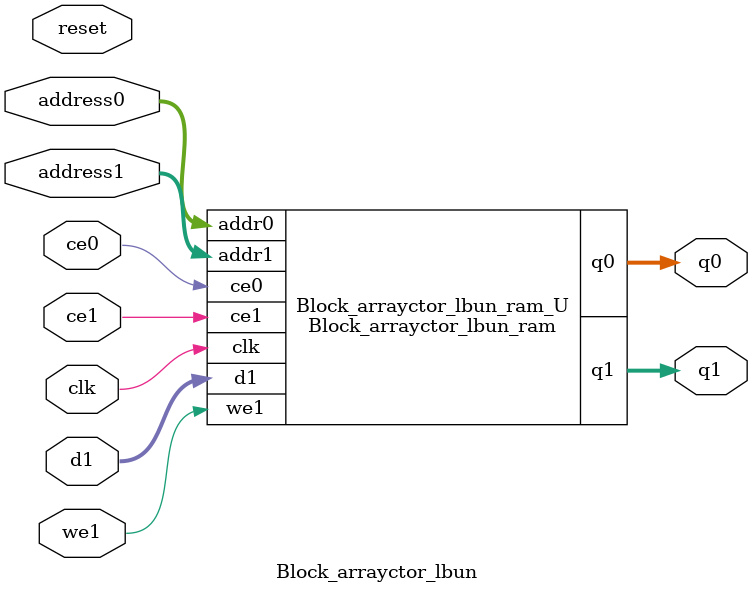
<source format=v>
`timescale 1 ns / 1 ps
module Block_arrayctor_lbun_ram (addr0, ce0, q0, addr1, ce1, d1, we1, q1,  clk);

parameter DWIDTH = 5;
parameter AWIDTH = 7;
parameter MEM_SIZE = 82;

input[AWIDTH-1:0] addr0;
input ce0;
output reg[DWIDTH-1:0] q0;
input[AWIDTH-1:0] addr1;
input ce1;
input[DWIDTH-1:0] d1;
input we1;
output reg[DWIDTH-1:0] q1;
input clk;

(* ram_style = "distributed" *)reg [DWIDTH-1:0] ram[0:MEM_SIZE-1];




always @(posedge clk)  
begin 
    if (ce0) begin
        q0 <= ram[addr0];
    end
end


always @(posedge clk)  
begin 
    if (ce1) begin
        if (we1) 
            ram[addr1] <= d1; 
        q1 <= ram[addr1];
    end
end


endmodule

`timescale 1 ns / 1 ps
module Block_arrayctor_lbun(
    reset,
    clk,
    address0,
    ce0,
    q0,
    address1,
    ce1,
    we1,
    d1,
    q1);

parameter DataWidth = 32'd5;
parameter AddressRange = 32'd82;
parameter AddressWidth = 32'd7;
input reset;
input clk;
input[AddressWidth - 1:0] address0;
input ce0;
output[DataWidth - 1:0] q0;
input[AddressWidth - 1:0] address1;
input ce1;
input we1;
input[DataWidth - 1:0] d1;
output[DataWidth - 1:0] q1;



Block_arrayctor_lbun_ram Block_arrayctor_lbun_ram_U(
    .clk( clk ),
    .addr0( address0 ),
    .ce0( ce0 ),
    .q0( q0 ),
    .addr1( address1 ),
    .ce1( ce1 ),
    .we1( we1 ),
    .d1( d1 ),
    .q1( q1 ));

endmodule


</source>
